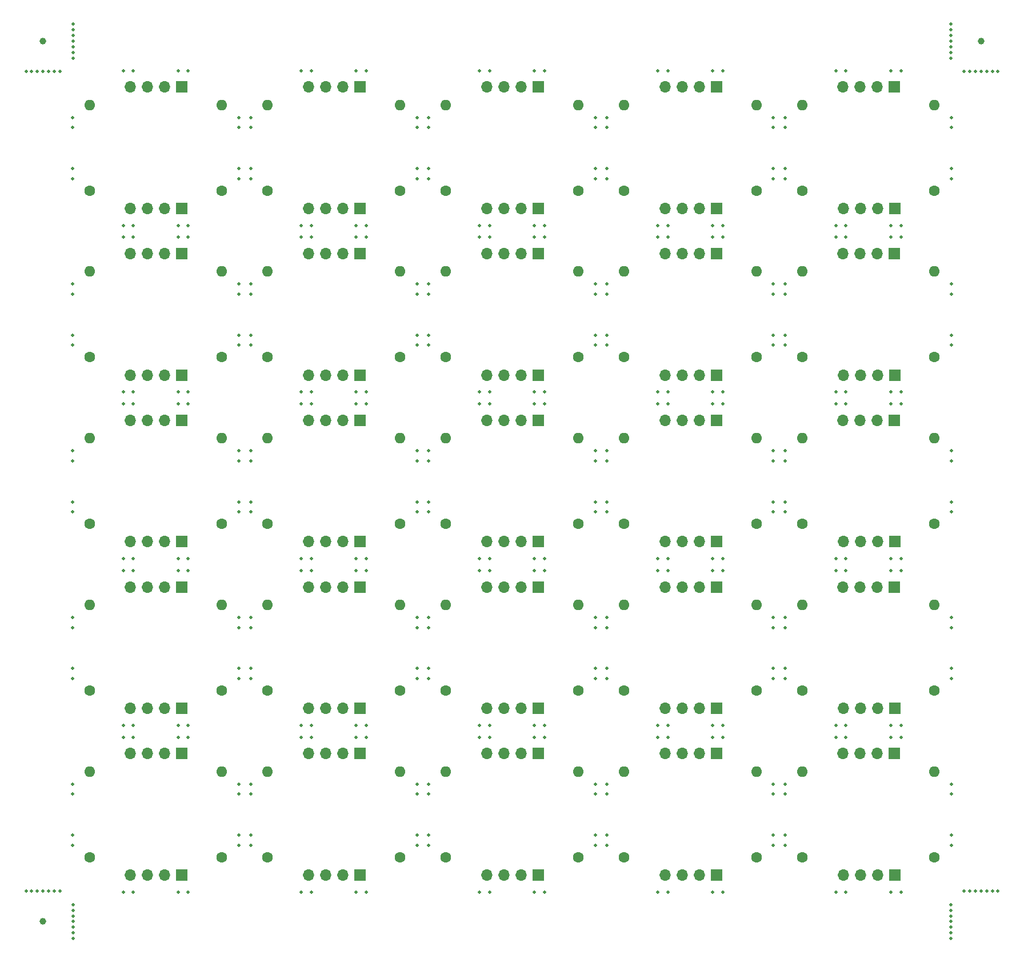
<source format=gbr>
%TF.GenerationSoftware,KiCad,Pcbnew,7.0.7-7.0.7~ubuntu20.04.1*%
%TF.CreationDate,2023-08-14T16:59:11-04:00*%
%TF.ProjectId,bno085-debug-board-panel,626e6f30-3835-42d6-9465-6275672d626f,rev?*%
%TF.SameCoordinates,Original*%
%TF.FileFunction,Soldermask,Bot*%
%TF.FilePolarity,Negative*%
%FSLAX46Y46*%
G04 Gerber Fmt 4.6, Leading zero omitted, Abs format (unit mm)*
G04 Created by KiCad (PCBNEW 7.0.7-7.0.7~ubuntu20.04.1) date 2023-08-14 16:59:11*
%MOMM*%
%LPD*%
G01*
G04 APERTURE LIST*
%ADD10C,0.500000*%
%ADD11R,1.700000X1.700000*%
%ADD12O,1.700000X1.700000*%
%ADD13C,1.600000*%
%ADD14O,1.600000X1.600000*%
%ADD15C,1.000000*%
G04 APERTURE END LIST*
D10*
%TO.C,REF\u002A\u002A*%
X84325000Y-121683333D03*
%TD*%
%TO.C,REF\u002A\u002A*%
X24016666Y-31575000D03*
%TD*%
D11*
%TO.C,J1*%
X49480000Y-9300000D03*
D12*
X46940000Y-9300000D03*
X44400000Y-9300000D03*
X41860000Y-9300000D03*
%TD*%
D10*
%TO.C,REF\u002A\u002A*%
X86075000Y-47583333D03*
%TD*%
D11*
%TO.C,J1*%
X128680000Y-108100000D03*
D12*
X126140000Y-108100000D03*
X123600000Y-108100000D03*
X121060000Y-108100000D03*
%TD*%
D10*
%TO.C,REF\u002A\u002A*%
X137125000Y-89416666D03*
%TD*%
%TO.C,REF\u002A\u002A*%
X128116666Y-80975000D03*
%TD*%
D13*
%TO.C,R2*%
X62200000Y-98750000D03*
D14*
X62200000Y-86050000D03*
%TD*%
D10*
%TO.C,REF\u002A\u002A*%
X75316666Y-6875000D03*
%TD*%
D11*
%TO.C,J2*%
X49500000Y-76700000D03*
D12*
X46960000Y-76700000D03*
X44420000Y-76700000D03*
X41880000Y-76700000D03*
%TD*%
D10*
%TO.C,REF\u002A\u002A*%
X67183333Y-80975000D03*
%TD*%
D13*
%TO.C,R2*%
X9400000Y-24650000D03*
D14*
X9400000Y-11950000D03*
%TD*%
D13*
%TO.C,R1*%
X55400000Y-49350000D03*
D14*
X55400000Y-36650000D03*
%TD*%
D10*
%TO.C,REF\u002A\u002A*%
X103216666Y-31575000D03*
%TD*%
%TO.C,REF\u002A\u002A*%
X76816666Y-79225000D03*
%TD*%
%TO.C,REF\u002A\u002A*%
X128116666Y-31575000D03*
%TD*%
%TO.C,REF\u002A\u002A*%
X143166666Y-128500000D03*
%TD*%
%TO.C,REF\u002A\u002A*%
X6875000Y-121683333D03*
%TD*%
%TO.C,REF\u002A\u002A*%
X31525000Y-120183333D03*
%TD*%
D13*
%TO.C,R2*%
X9400000Y-74050000D03*
D14*
X9400000Y-61350000D03*
%TD*%
D10*
%TO.C,REF\u002A\u002A*%
X59675000Y-13816667D03*
%TD*%
%TO.C,REF\u002A\u002A*%
X33275000Y-114116666D03*
%TD*%
%TO.C,REF\u002A\u002A*%
X110725000Y-87916666D03*
%TD*%
%TO.C,REF\u002A\u002A*%
X59675000Y-112616666D03*
%TD*%
%TO.C,REF\u002A\u002A*%
X112475000Y-15316667D03*
%TD*%
%TO.C,REF\u002A\u002A*%
X86075000Y-112616666D03*
%TD*%
%TO.C,REF\u002A\u002A*%
X6875000Y-40016666D03*
%TD*%
%TO.C,REF\u002A\u002A*%
X86075000Y-46083333D03*
%TD*%
D13*
%TO.C,R1*%
X108200000Y-74050000D03*
D14*
X108200000Y-61350000D03*
%TD*%
D10*
%TO.C,REF\u002A\u002A*%
X57925000Y-22883333D03*
%TD*%
%TO.C,REF\u002A\u002A*%
X86075000Y-89416666D03*
%TD*%
%TO.C,REF\u002A\u002A*%
X33275000Y-95483333D03*
%TD*%
%TO.C,REF\u002A\u002A*%
X141500000Y-128500000D03*
%TD*%
%TO.C,REF\u002A\u002A*%
X67183333Y-54525000D03*
%TD*%
%TO.C,REF\u002A\u002A*%
X112475000Y-114116666D03*
%TD*%
%TO.C,REF\u002A\u002A*%
X68683333Y-31575000D03*
%TD*%
%TO.C,REF\u002A\u002A*%
X76816666Y-54525000D03*
%TD*%
%TO.C,REF\u002A\u002A*%
X101716666Y-31575000D03*
%TD*%
%TO.C,REF\u002A\u002A*%
X33275000Y-15316667D03*
%TD*%
%TO.C,REF\u002A\u002A*%
X59675000Y-121683333D03*
%TD*%
%TO.C,REF\u002A\u002A*%
X144000000Y-128500000D03*
%TD*%
%TO.C,REF\u002A\u002A*%
X40783333Y-31575000D03*
%TD*%
%TO.C,REF\u002A\u002A*%
X6875000Y-70783333D03*
%TD*%
%TO.C,REF\u002A\u002A*%
X128116666Y-105675000D03*
%TD*%
%TO.C,REF\u002A\u002A*%
X5000000Y-128500000D03*
%TD*%
%TO.C,REF\u002A\u002A*%
X3333334Y-7000000D03*
%TD*%
%TO.C,REF\u002A\u002A*%
X95083333Y-31575000D03*
%TD*%
%TO.C,REF\u002A\u002A*%
X68683333Y-80975000D03*
%TD*%
%TO.C,REF\u002A\u002A*%
X33275000Y-13816667D03*
%TD*%
%TO.C,REF\u002A\u002A*%
X121483333Y-103925000D03*
%TD*%
%TO.C,REF\u002A\u002A*%
X84325000Y-46083333D03*
%TD*%
%TO.C,REF\u002A\u002A*%
X31525000Y-15316667D03*
%TD*%
%TO.C,REF\u002A\u002A*%
X95083333Y-128625000D03*
%TD*%
D11*
%TO.C,J1*%
X128680000Y-58700000D03*
D12*
X126140000Y-58700000D03*
X123600000Y-58700000D03*
X121060000Y-58700000D03*
%TD*%
D10*
%TO.C,REF\u002A\u002A*%
X75316666Y-54525000D03*
%TD*%
%TO.C,REF\u002A\u002A*%
X48916666Y-80975000D03*
%TD*%
%TO.C,REF\u002A\u002A*%
X137000000Y-133000000D03*
%TD*%
%TO.C,REF\u002A\u002A*%
X14383334Y-54525000D03*
%TD*%
%TO.C,REF\u002A\u002A*%
X103216666Y-105675000D03*
%TD*%
%TO.C,REF\u002A\u002A*%
X833334Y-128500000D03*
%TD*%
%TO.C,REF\u002A\u002A*%
X42283333Y-29825000D03*
%TD*%
%TO.C,REF\u002A\u002A*%
X68683333Y-6875000D03*
%TD*%
%TO.C,REF\u002A\u002A*%
X101716666Y-80975000D03*
%TD*%
D13*
%TO.C,R2*%
X62200000Y-123450000D03*
D14*
X62200000Y-110750000D03*
%TD*%
D10*
%TO.C,REF\u002A\u002A*%
X137125000Y-96983333D03*
%TD*%
%TO.C,REF\u002A\u002A*%
X75316666Y-105675000D03*
%TD*%
%TO.C,REF\u002A\u002A*%
X59675000Y-89416666D03*
%TD*%
%TO.C,REF\u002A\u002A*%
X93583333Y-128625000D03*
%TD*%
%TO.C,REF\u002A\u002A*%
X48916666Y-128625000D03*
%TD*%
%TO.C,REF\u002A\u002A*%
X110725000Y-96983333D03*
%TD*%
%TO.C,REF\u002A\u002A*%
X33275000Y-72283333D03*
%TD*%
%TO.C,REF\u002A\u002A*%
X33275000Y-96983333D03*
%TD*%
D11*
%TO.C,J1*%
X75880000Y-83400000D03*
D12*
X73340000Y-83400000D03*
X70800000Y-83400000D03*
X68260000Y-83400000D03*
%TD*%
D10*
%TO.C,REF\u002A\u002A*%
X24016666Y-80975000D03*
%TD*%
%TO.C,REF\u002A\u002A*%
X129616666Y-29825000D03*
%TD*%
D11*
%TO.C,J2*%
X23100000Y-27300000D03*
D12*
X20560000Y-27300000D03*
X18020000Y-27300000D03*
X15480000Y-27300000D03*
%TD*%
D13*
%TO.C,R2*%
X62200000Y-74050000D03*
D14*
X62200000Y-61350000D03*
%TD*%
D10*
%TO.C,REF\u002A\u002A*%
X128116666Y-128625000D03*
%TD*%
D11*
%TO.C,J1*%
X23080000Y-34000000D03*
D12*
X20540000Y-34000000D03*
X18000000Y-34000000D03*
X15460000Y-34000000D03*
%TD*%
D10*
%TO.C,REF\u002A\u002A*%
X139833333Y-7000000D03*
%TD*%
%TO.C,REF\u002A\u002A*%
X7000000Y-833334D03*
%TD*%
%TO.C,REF\u002A\u002A*%
X68683333Y-29825000D03*
%TD*%
%TO.C,REF\u002A\u002A*%
X42283333Y-128625000D03*
%TD*%
D13*
%TO.C,R1*%
X81800000Y-74050000D03*
D14*
X81800000Y-61350000D03*
%TD*%
D10*
%TO.C,REF\u002A\u002A*%
X75316666Y-128625000D03*
%TD*%
%TO.C,REF\u002A\u002A*%
X137125000Y-40016666D03*
%TD*%
%TO.C,REF\u002A\u002A*%
X15883334Y-6875000D03*
%TD*%
%TO.C,REF\u002A\u002A*%
X14383334Y-56275000D03*
%TD*%
%TO.C,REF\u002A\u002A*%
X121483333Y-128625000D03*
%TD*%
%TO.C,REF\u002A\u002A*%
X86075000Y-21383333D03*
%TD*%
D13*
%TO.C,R1*%
X55400000Y-74050000D03*
D14*
X55400000Y-61350000D03*
%TD*%
D10*
%TO.C,REF\u002A\u002A*%
X121483333Y-54525000D03*
%TD*%
%TO.C,REF\u002A\u002A*%
X50416666Y-31575000D03*
%TD*%
%TO.C,REF\u002A\u002A*%
X137125000Y-46083333D03*
%TD*%
%TO.C,REF\u002A\u002A*%
X95083333Y-6875000D03*
%TD*%
%TO.C,REF\u002A\u002A*%
X67183333Y-29825000D03*
%TD*%
%TO.C,REF\u002A\u002A*%
X57925000Y-46083333D03*
%TD*%
D11*
%TO.C,J1*%
X102280000Y-83400000D03*
D12*
X99740000Y-83400000D03*
X97200000Y-83400000D03*
X94660000Y-83400000D03*
%TD*%
D10*
%TO.C,REF\u002A\u002A*%
X50416666Y-128625000D03*
%TD*%
D13*
%TO.C,R2*%
X88600000Y-24650000D03*
D14*
X88600000Y-11950000D03*
%TD*%
D10*
%TO.C,REF\u002A\u002A*%
X84325000Y-15316667D03*
%TD*%
%TO.C,REF\u002A\u002A*%
X137125000Y-22883333D03*
%TD*%
%TO.C,REF\u002A\u002A*%
X40783333Y-103925000D03*
%TD*%
%TO.C,REF\u002A\u002A*%
X137000000Y-1666667D03*
%TD*%
D11*
%TO.C,J2*%
X75900000Y-76700000D03*
D12*
X73360000Y-76700000D03*
X70820000Y-76700000D03*
X68280000Y-76700000D03*
%TD*%
D10*
%TO.C,REF\u002A\u002A*%
X84325000Y-38516666D03*
%TD*%
%TO.C,REF\u002A\u002A*%
X129616666Y-56275000D03*
%TD*%
%TO.C,REF\u002A\u002A*%
X42283333Y-103925000D03*
%TD*%
%TO.C,REF\u002A\u002A*%
X95083333Y-54525000D03*
%TD*%
%TO.C,REF\u002A\u002A*%
X6875000Y-63216666D03*
%TD*%
%TO.C,REF\u002A\u002A*%
X6875000Y-112616666D03*
%TD*%
%TO.C,REF\u002A\u002A*%
X7000000Y-134666666D03*
%TD*%
%TO.C,REF\u002A\u002A*%
X57925000Y-64716666D03*
%TD*%
D13*
%TO.C,R2*%
X115000000Y-74050000D03*
D14*
X115000000Y-61350000D03*
%TD*%
D10*
%TO.C,REF\u002A\u002A*%
X110725000Y-64716666D03*
%TD*%
%TO.C,REF\u002A\u002A*%
X103216666Y-80975000D03*
%TD*%
%TO.C,REF\u002A\u002A*%
X84325000Y-47583333D03*
%TD*%
D11*
%TO.C,J2*%
X102300000Y-101400000D03*
D12*
X99760000Y-101400000D03*
X97220000Y-101400000D03*
X94680000Y-101400000D03*
%TD*%
D10*
%TO.C,REF\u002A\u002A*%
X112475000Y-38516666D03*
%TD*%
%TO.C,REF\u002A\u002A*%
X75316666Y-31575000D03*
%TD*%
%TO.C,REF\u002A\u002A*%
X40783333Y-6875000D03*
%TD*%
D13*
%TO.C,R2*%
X115000000Y-49350000D03*
D14*
X115000000Y-36650000D03*
%TD*%
D10*
%TO.C,REF\u002A\u002A*%
X2500000Y-128500000D03*
%TD*%
%TO.C,REF\u002A\u002A*%
X137125000Y-87916666D03*
%TD*%
%TO.C,REF\u002A\u002A*%
X14383334Y-103925000D03*
%TD*%
%TO.C,REF\u002A\u002A*%
X128116666Y-29825000D03*
%TD*%
%TO.C,REF\u002A\u002A*%
X93583333Y-31575000D03*
%TD*%
D11*
%TO.C,J2*%
X75900000Y-52000000D03*
D12*
X73360000Y-52000000D03*
X70820000Y-52000000D03*
X68280000Y-52000000D03*
%TD*%
D10*
%TO.C,REF\u002A\u002A*%
X137125000Y-121683333D03*
%TD*%
%TO.C,REF\u002A\u002A*%
X6875000Y-38516666D03*
%TD*%
%TO.C,REF\u002A\u002A*%
X40783333Y-29825000D03*
%TD*%
D11*
%TO.C,J1*%
X49480000Y-108100000D03*
D12*
X46940000Y-108100000D03*
X44400000Y-108100000D03*
X41860000Y-108100000D03*
%TD*%
D10*
%TO.C,REF\u002A\u002A*%
X6875000Y-64716666D03*
%TD*%
%TO.C,REF\u002A\u002A*%
X57925000Y-95483333D03*
%TD*%
D11*
%TO.C,J2*%
X102300000Y-27300000D03*
D12*
X99760000Y-27300000D03*
X97220000Y-27300000D03*
X94680000Y-27300000D03*
%TD*%
D10*
%TO.C,REF\u002A\u002A*%
X59675000Y-96983333D03*
%TD*%
%TO.C,REF\u002A\u002A*%
X33275000Y-112616666D03*
%TD*%
%TO.C,REF\u002A\u002A*%
X141500000Y-7000000D03*
%TD*%
%TO.C,REF\u002A\u002A*%
X101716666Y-6875000D03*
%TD*%
%TO.C,REF\u002A\u002A*%
X33275000Y-46083333D03*
%TD*%
%TO.C,REF\u002A\u002A*%
X137000000Y-131333333D03*
%TD*%
D13*
%TO.C,R1*%
X81800000Y-123450000D03*
D14*
X81800000Y-110750000D03*
%TD*%
D10*
%TO.C,REF\u002A\u002A*%
X121483333Y-105675000D03*
%TD*%
%TO.C,REF\u002A\u002A*%
X112475000Y-64716666D03*
%TD*%
%TO.C,REF\u002A\u002A*%
X15883334Y-105675000D03*
%TD*%
D11*
%TO.C,J2*%
X128700000Y-101400000D03*
D12*
X126160000Y-101400000D03*
X123620000Y-101400000D03*
X121080000Y-101400000D03*
%TD*%
D10*
%TO.C,REF\u002A\u002A*%
X95083333Y-56275000D03*
%TD*%
%TO.C,REF\u002A\u002A*%
X129616666Y-103925000D03*
%TD*%
%TO.C,REF\u002A\u002A*%
X76816666Y-103925000D03*
%TD*%
%TO.C,REF\u002A\u002A*%
X7000000Y-3333334D03*
%TD*%
%TO.C,REF\u002A\u002A*%
X119983333Y-103925000D03*
%TD*%
%TO.C,REF\u002A\u002A*%
X24016666Y-6875000D03*
%TD*%
%TO.C,REF\u002A\u002A*%
X84325000Y-22883333D03*
%TD*%
D13*
%TO.C,R2*%
X88600000Y-123450000D03*
D14*
X88600000Y-110750000D03*
%TD*%
D10*
%TO.C,REF\u002A\u002A*%
X31525000Y-121683333D03*
%TD*%
%TO.C,REF\u002A\u002A*%
X112475000Y-96983333D03*
%TD*%
%TO.C,REF\u002A\u002A*%
X137000000Y-2500000D03*
%TD*%
%TO.C,REF\u002A\u002A*%
X143166666Y-7000000D03*
%TD*%
%TO.C,REF\u002A\u002A*%
X84325000Y-70783333D03*
%TD*%
%TO.C,REF\u002A\u002A*%
X33275000Y-87916666D03*
%TD*%
%TO.C,REF\u002A\u002A*%
X57925000Y-38516666D03*
%TD*%
D11*
%TO.C,J2*%
X49500000Y-101400000D03*
D12*
X46960000Y-101400000D03*
X44420000Y-101400000D03*
X41880000Y-101400000D03*
%TD*%
D10*
%TO.C,REF\u002A\u002A*%
X14383334Y-105675000D03*
%TD*%
D11*
%TO.C,J2*%
X75900000Y-126100000D03*
D12*
X73360000Y-126100000D03*
X70820000Y-126100000D03*
X68280000Y-126100000D03*
%TD*%
D10*
%TO.C,REF\u002A\u002A*%
X42283333Y-79225000D03*
%TD*%
%TO.C,REF\u002A\u002A*%
X14383334Y-31575000D03*
%TD*%
%TO.C,REF\u002A\u002A*%
X67183333Y-128625000D03*
%TD*%
%TO.C,REF\u002A\u002A*%
X76816666Y-6875000D03*
%TD*%
%TO.C,REF\u002A\u002A*%
X129616666Y-105675000D03*
%TD*%
%TO.C,REF\u002A\u002A*%
X84325000Y-120183333D03*
%TD*%
%TO.C,REF\u002A\u002A*%
X33275000Y-63216666D03*
%TD*%
%TO.C,REF\u002A\u002A*%
X57925000Y-120183333D03*
%TD*%
%TO.C,REF\u002A\u002A*%
X101716666Y-54525000D03*
%TD*%
%TO.C,REF\u002A\u002A*%
X6875000Y-95483333D03*
%TD*%
%TO.C,REF\u002A\u002A*%
X129616666Y-6875000D03*
%TD*%
%TO.C,REF\u002A\u002A*%
X4166667Y-128500000D03*
%TD*%
%TO.C,REF\u002A\u002A*%
X22516666Y-29825000D03*
%TD*%
%TO.C,REF\u002A\u002A*%
X6875000Y-89416666D03*
%TD*%
%TO.C,REF\u002A\u002A*%
X101716666Y-103925000D03*
%TD*%
%TO.C,REF\u002A\u002A*%
X101716666Y-105675000D03*
%TD*%
%TO.C,REF\u002A\u002A*%
X42283333Y-6875000D03*
%TD*%
%TO.C,REF\u002A\u002A*%
X7000000Y-133000000D03*
%TD*%
%TO.C,REF\u002A\u002A*%
X119983333Y-6875000D03*
%TD*%
%TO.C,REF\u002A\u002A*%
X50416666Y-79225000D03*
%TD*%
D13*
%TO.C,R2*%
X9400000Y-123450000D03*
D14*
X9400000Y-110750000D03*
%TD*%
D10*
%TO.C,REF\u002A\u002A*%
X57925000Y-112616666D03*
%TD*%
%TO.C,REF\u002A\u002A*%
X84325000Y-96983333D03*
%TD*%
%TO.C,REF\u002A\u002A*%
X68683333Y-105675000D03*
%TD*%
%TO.C,REF\u002A\u002A*%
X93583333Y-105675000D03*
%TD*%
%TO.C,REF\u002A\u002A*%
X50416666Y-56275000D03*
%TD*%
%TO.C,REF\u002A\u002A*%
X112475000Y-22883333D03*
%TD*%
%TO.C,REF\u002A\u002A*%
X67183333Y-56275000D03*
%TD*%
D13*
%TO.C,R1*%
X81800000Y-49350000D03*
D14*
X81800000Y-36650000D03*
%TD*%
D10*
%TO.C,REF\u002A\u002A*%
X101716666Y-128625000D03*
%TD*%
%TO.C,REF\u002A\u002A*%
X112475000Y-47583333D03*
%TD*%
%TO.C,REF\u002A\u002A*%
X50416666Y-105675000D03*
%TD*%
%TO.C,REF\u002A\u002A*%
X22516666Y-54525000D03*
%TD*%
%TO.C,REF\u002A\u002A*%
X833334Y-7000000D03*
%TD*%
%TO.C,REF\u002A\u002A*%
X31525000Y-95483333D03*
%TD*%
D11*
%TO.C,J1*%
X23080000Y-108100000D03*
D12*
X20540000Y-108100000D03*
X18000000Y-108100000D03*
X15460000Y-108100000D03*
%TD*%
D13*
%TO.C,R2*%
X9400000Y-98750000D03*
D14*
X9400000Y-86050000D03*
%TD*%
D10*
%TO.C,REF\u002A\u002A*%
X59675000Y-47583333D03*
%TD*%
%TO.C,REF\u002A\u002A*%
X48916666Y-103925000D03*
%TD*%
%TO.C,REF\u002A\u002A*%
X128116666Y-6875000D03*
%TD*%
D11*
%TO.C,J1*%
X128680000Y-34000000D03*
D12*
X126140000Y-34000000D03*
X123600000Y-34000000D03*
X121060000Y-34000000D03*
%TD*%
D13*
%TO.C,R2*%
X88600000Y-49350000D03*
D14*
X88600000Y-36650000D03*
%TD*%
D10*
%TO.C,REF\u002A\u002A*%
X22516666Y-103925000D03*
%TD*%
D11*
%TO.C,J1*%
X23080000Y-83400000D03*
D12*
X20540000Y-83400000D03*
X18000000Y-83400000D03*
X15460000Y-83400000D03*
%TD*%
D13*
%TO.C,R1*%
X108200000Y-98750000D03*
D14*
X108200000Y-86050000D03*
%TD*%
D10*
%TO.C,REF\u002A\u002A*%
X57925000Y-13816667D03*
%TD*%
D13*
%TO.C,R1*%
X29000000Y-123450000D03*
D14*
X29000000Y-110750000D03*
%TD*%
D10*
%TO.C,REF\u002A\u002A*%
X137125000Y-38516666D03*
%TD*%
D13*
%TO.C,R1*%
X81800000Y-24650000D03*
D14*
X81800000Y-11950000D03*
%TD*%
D10*
%TO.C,REF\u002A\u002A*%
X67183333Y-103925000D03*
%TD*%
D11*
%TO.C,J2*%
X128700000Y-52000000D03*
D12*
X126160000Y-52000000D03*
X123620000Y-52000000D03*
X121080000Y-52000000D03*
%TD*%
D10*
%TO.C,REF\u002A\u002A*%
X59675000Y-120183333D03*
%TD*%
%TO.C,REF\u002A\u002A*%
X112475000Y-112616666D03*
%TD*%
D11*
%TO.C,J1*%
X49480000Y-34000000D03*
D12*
X46940000Y-34000000D03*
X44400000Y-34000000D03*
X41860000Y-34000000D03*
%TD*%
D10*
%TO.C,REF\u002A\u002A*%
X22516666Y-128625000D03*
%TD*%
D13*
%TO.C,R2*%
X35800000Y-98750000D03*
D14*
X35800000Y-86050000D03*
%TD*%
D10*
%TO.C,REF\u002A\u002A*%
X48916666Y-105675000D03*
%TD*%
D13*
%TO.C,R1*%
X29000000Y-24650000D03*
D14*
X29000000Y-11950000D03*
%TD*%
D10*
%TO.C,REF\u002A\u002A*%
X33275000Y-38516666D03*
%TD*%
%TO.C,REF\u002A\u002A*%
X50416666Y-29825000D03*
%TD*%
%TO.C,REF\u002A\u002A*%
X6875000Y-47583333D03*
%TD*%
%TO.C,REF\u002A\u002A*%
X137125000Y-70783333D03*
%TD*%
%TO.C,REF\u002A\u002A*%
X48916666Y-31575000D03*
%TD*%
%TO.C,REF\u002A\u002A*%
X15883334Y-56275000D03*
%TD*%
%TO.C,REF\u002A\u002A*%
X40783333Y-79225000D03*
%TD*%
%TO.C,REF\u002A\u002A*%
X95083333Y-29825000D03*
%TD*%
D13*
%TO.C,R1*%
X29000000Y-49350000D03*
D14*
X29000000Y-36650000D03*
%TD*%
D10*
%TO.C,REF\u002A\u002A*%
X140666666Y-7000000D03*
%TD*%
%TO.C,REF\u002A\u002A*%
X86075000Y-114116666D03*
%TD*%
%TO.C,REF\u002A\u002A*%
X86075000Y-120183333D03*
%TD*%
%TO.C,REF\u002A\u002A*%
X121483333Y-29825000D03*
%TD*%
%TO.C,REF\u002A\u002A*%
X75316666Y-29825000D03*
%TD*%
%TO.C,REF\u002A\u002A*%
X6875000Y-72283333D03*
%TD*%
%TO.C,REF\u002A\u002A*%
X42283333Y-80975000D03*
%TD*%
%TO.C,REF\u002A\u002A*%
X110725000Y-22883333D03*
%TD*%
%TO.C,REF\u002A\u002A*%
X112475000Y-63216666D03*
%TD*%
%TO.C,REF\u002A\u002A*%
X110725000Y-40016666D03*
%TD*%
%TO.C,REF\u002A\u002A*%
X59675000Y-22883333D03*
%TD*%
%TO.C,REF\u002A\u002A*%
X112475000Y-72283333D03*
%TD*%
%TO.C,REF\u002A\u002A*%
X42283333Y-54525000D03*
%TD*%
D13*
%TO.C,R1*%
X108200000Y-123450000D03*
D14*
X108200000Y-110750000D03*
%TD*%
D10*
%TO.C,REF\u002A\u002A*%
X110725000Y-38516666D03*
%TD*%
%TO.C,REF\u002A\u002A*%
X84325000Y-114116666D03*
%TD*%
%TO.C,REF\u002A\u002A*%
X31525000Y-47583333D03*
%TD*%
D11*
%TO.C,J1*%
X102280000Y-108100000D03*
D12*
X99740000Y-108100000D03*
X97200000Y-108100000D03*
X94660000Y-108100000D03*
%TD*%
D10*
%TO.C,REF\u002A\u002A*%
X112475000Y-46083333D03*
%TD*%
%TO.C,REF\u002A\u002A*%
X59675000Y-72283333D03*
%TD*%
%TO.C,REF\u002A\u002A*%
X142333333Y-128500000D03*
%TD*%
%TO.C,REF\u002A\u002A*%
X15883334Y-80975000D03*
%TD*%
%TO.C,REF\u002A\u002A*%
X7000000Y-1666667D03*
%TD*%
%TO.C,REF\u002A\u002A*%
X86075000Y-40016666D03*
%TD*%
D13*
%TO.C,R1*%
X134600000Y-49350000D03*
D14*
X134600000Y-36650000D03*
%TD*%
D10*
%TO.C,REF\u002A\u002A*%
X42283333Y-105675000D03*
%TD*%
%TO.C,REF\u002A\u002A*%
X3333334Y-128500000D03*
%TD*%
%TO.C,REF\u002A\u002A*%
X129616666Y-31575000D03*
%TD*%
%TO.C,REF\u002A\u002A*%
X7000000Y-131333333D03*
%TD*%
%TO.C,REF\u002A\u002A*%
X14383334Y-128625000D03*
%TD*%
%TO.C,REF\u002A\u002A*%
X31525000Y-112616666D03*
%TD*%
%TO.C,REF\u002A\u002A*%
X59675000Y-95483333D03*
%TD*%
D13*
%TO.C,R1*%
X108200000Y-49350000D03*
D14*
X108200000Y-36650000D03*
%TD*%
D10*
%TO.C,REF\u002A\u002A*%
X86075000Y-121683333D03*
%TD*%
%TO.C,REF\u002A\u002A*%
X75316666Y-79225000D03*
%TD*%
D13*
%TO.C,R2*%
X9400000Y-49350000D03*
D14*
X9400000Y-36650000D03*
%TD*%
D10*
%TO.C,REF\u002A\u002A*%
X121483333Y-31575000D03*
%TD*%
D13*
%TO.C,R1*%
X134600000Y-24650000D03*
D14*
X134600000Y-11950000D03*
%TD*%
D10*
%TO.C,REF\u002A\u002A*%
X6875000Y-120183333D03*
%TD*%
%TO.C,REF\u002A\u002A*%
X6875000Y-46083333D03*
%TD*%
D13*
%TO.C,R2*%
X62200000Y-24650000D03*
D14*
X62200000Y-11950000D03*
%TD*%
D10*
%TO.C,REF\u002A\u002A*%
X24016666Y-103925000D03*
%TD*%
%TO.C,REF\u002A\u002A*%
X75316666Y-80975000D03*
%TD*%
%TO.C,REF\u002A\u002A*%
X48916666Y-29825000D03*
%TD*%
%TO.C,REF\u002A\u002A*%
X76816666Y-29825000D03*
%TD*%
%TO.C,REF\u002A\u002A*%
X84325000Y-72283333D03*
%TD*%
D11*
%TO.C,J1*%
X102280000Y-58700000D03*
D12*
X99740000Y-58700000D03*
X97200000Y-58700000D03*
X94660000Y-58700000D03*
%TD*%
D10*
%TO.C,REF\u002A\u002A*%
X42283333Y-56275000D03*
%TD*%
%TO.C,REF\u002A\u002A*%
X84325000Y-40016666D03*
%TD*%
D11*
%TO.C,J2*%
X49500000Y-52000000D03*
D12*
X46960000Y-52000000D03*
X44420000Y-52000000D03*
X41880000Y-52000000D03*
%TD*%
D10*
%TO.C,REF\u002A\u002A*%
X48916666Y-56275000D03*
%TD*%
%TO.C,REF\u002A\u002A*%
X101716666Y-56275000D03*
%TD*%
%TO.C,REF\u002A\u002A*%
X14383334Y-6875000D03*
%TD*%
%TO.C,REF\u002A\u002A*%
X103216666Y-54525000D03*
%TD*%
%TO.C,REF\u002A\u002A*%
X15883334Y-31575000D03*
%TD*%
%TO.C,REF\u002A\u002A*%
X33275000Y-40016666D03*
%TD*%
D11*
%TO.C,J2*%
X23100000Y-76700000D03*
D12*
X20560000Y-76700000D03*
X18020000Y-76700000D03*
X15480000Y-76700000D03*
%TD*%
D10*
%TO.C,REF\u002A\u002A*%
X59675000Y-64716666D03*
%TD*%
%TO.C,REF\u002A\u002A*%
X137000000Y-134666666D03*
%TD*%
%TO.C,REF\u002A\u002A*%
X110725000Y-63216666D03*
%TD*%
%TO.C,REF\u002A\u002A*%
X67183333Y-105675000D03*
%TD*%
%TO.C,REF\u002A\u002A*%
X59675000Y-63216666D03*
%TD*%
%TO.C,REF\u002A\u002A*%
X93583333Y-54525000D03*
%TD*%
%TO.C,REF\u002A\u002A*%
X137125000Y-47583333D03*
%TD*%
%TO.C,REF\u002A\u002A*%
X33275000Y-121683333D03*
%TD*%
%TO.C,REF\u002A\u002A*%
X76816666Y-80975000D03*
%TD*%
D13*
%TO.C,R2*%
X35800000Y-24650000D03*
D14*
X35800000Y-11950000D03*
%TD*%
D10*
%TO.C,REF\u002A\u002A*%
X137000000Y-3333334D03*
%TD*%
%TO.C,REF\u002A\u002A*%
X14383334Y-29825000D03*
%TD*%
%TO.C,REF\u002A\u002A*%
X103216666Y-56275000D03*
%TD*%
%TO.C,REF\u002A\u002A*%
X110725000Y-120183333D03*
%TD*%
%TO.C,REF\u002A\u002A*%
X22516666Y-80975000D03*
%TD*%
%TO.C,REF\u002A\u002A*%
X59675000Y-46083333D03*
%TD*%
%TO.C,REF\u002A\u002A*%
X137125000Y-95483333D03*
%TD*%
D13*
%TO.C,R2*%
X115000000Y-98750000D03*
D14*
X115000000Y-86050000D03*
%TD*%
D10*
%TO.C,REF\u002A\u002A*%
X24016666Y-54525000D03*
%TD*%
%TO.C,REF\u002A\u002A*%
X119983333Y-29825000D03*
%TD*%
%TO.C,REF\u002A\u002A*%
X86075000Y-22883333D03*
%TD*%
%TO.C,REF\u002A\u002A*%
X128116666Y-56275000D03*
%TD*%
D11*
%TO.C,J1*%
X75880000Y-34000000D03*
D12*
X73340000Y-34000000D03*
X70800000Y-34000000D03*
X68260000Y-34000000D03*
%TD*%
D10*
%TO.C,REF\u002A\u002A*%
X57925000Y-72283333D03*
%TD*%
D11*
%TO.C,J2*%
X128700000Y-27300000D03*
D12*
X126160000Y-27300000D03*
X123620000Y-27300000D03*
X121080000Y-27300000D03*
%TD*%
D10*
%TO.C,REF\u002A\u002A*%
X110725000Y-21383333D03*
%TD*%
%TO.C,REF\u002A\u002A*%
X129616666Y-80975000D03*
%TD*%
%TO.C,REF\u002A\u002A*%
X1666667Y-7000000D03*
%TD*%
%TO.C,REF\u002A\u002A*%
X31525000Y-22883333D03*
%TD*%
%TO.C,REF\u002A\u002A*%
X57925000Y-96983333D03*
%TD*%
%TO.C,REF\u002A\u002A*%
X110725000Y-95483333D03*
%TD*%
%TO.C,REF\u002A\u002A*%
X101716666Y-29825000D03*
%TD*%
%TO.C,REF\u002A\u002A*%
X137125000Y-114116666D03*
%TD*%
%TO.C,REF\u002A\u002A*%
X33275000Y-47583333D03*
%TD*%
%TO.C,REF\u002A\u002A*%
X129616666Y-54525000D03*
%TD*%
%TO.C,REF\u002A\u002A*%
X59675000Y-70783333D03*
%TD*%
%TO.C,REF\u002A\u002A*%
X57925000Y-114116666D03*
%TD*%
%TO.C,REF\u002A\u002A*%
X119983333Y-80975000D03*
%TD*%
%TO.C,REF\u002A\u002A*%
X33275000Y-64716666D03*
%TD*%
%TO.C,REF\u002A\u002A*%
X76816666Y-31575000D03*
%TD*%
%TO.C,REF\u002A\u002A*%
X57925000Y-47583333D03*
%TD*%
%TO.C,REF\u002A\u002A*%
X40783333Y-54525000D03*
%TD*%
%TO.C,REF\u002A\u002A*%
X68683333Y-103925000D03*
%TD*%
%TO.C,REF\u002A\u002A*%
X24016666Y-29825000D03*
%TD*%
%TO.C,REF\u002A\u002A*%
X76816666Y-105675000D03*
%TD*%
%TO.C,REF\u002A\u002A*%
X59675000Y-87916666D03*
%TD*%
%TO.C,REF\u002A\u002A*%
X50416666Y-54525000D03*
%TD*%
%TO.C,REF\u002A\u002A*%
X67183333Y-79225000D03*
%TD*%
D11*
%TO.C,J1*%
X75880000Y-108100000D03*
D12*
X73340000Y-108100000D03*
X70800000Y-108100000D03*
X68260000Y-108100000D03*
%TD*%
D10*
%TO.C,REF\u002A\u002A*%
X137125000Y-112616666D03*
%TD*%
%TO.C,REF\u002A\u002A*%
X119983333Y-105675000D03*
%TD*%
%TO.C,REF\u002A\u002A*%
X121483333Y-79225000D03*
%TD*%
%TO.C,REF\u002A\u002A*%
X112475000Y-13816667D03*
%TD*%
D13*
%TO.C,R1*%
X134600000Y-98750000D03*
D14*
X134600000Y-86050000D03*
%TD*%
D10*
%TO.C,REF\u002A\u002A*%
X15883334Y-29825000D03*
%TD*%
%TO.C,REF\u002A\u002A*%
X75316666Y-103925000D03*
%TD*%
%TO.C,REF\u002A\u002A*%
X110725000Y-47583333D03*
%TD*%
%TO.C,REF\u002A\u002A*%
X139833333Y-128500000D03*
%TD*%
%TO.C,REF\u002A\u002A*%
X7000000Y-135500000D03*
%TD*%
%TO.C,REF\u002A\u002A*%
X86075000Y-72283333D03*
%TD*%
%TO.C,REF\u002A\u002A*%
X50416666Y-6875000D03*
%TD*%
%TO.C,REF\u002A\u002A*%
X57925000Y-70783333D03*
%TD*%
%TO.C,REF\u002A\u002A*%
X31525000Y-63216666D03*
%TD*%
%TO.C,REF\u002A\u002A*%
X112475000Y-70783333D03*
%TD*%
%TO.C,REF\u002A\u002A*%
X59675000Y-15316667D03*
%TD*%
%TO.C,REF\u002A\u002A*%
X93583333Y-80975000D03*
%TD*%
%TO.C,REF\u002A\u002A*%
X14383334Y-80975000D03*
%TD*%
%TO.C,REF\u002A\u002A*%
X31525000Y-40016666D03*
%TD*%
%TO.C,REF\u002A\u002A*%
X95083333Y-79225000D03*
%TD*%
%TO.C,REF\u002A\u002A*%
X103216666Y-103925000D03*
%TD*%
%TO.C,REF\u002A\u002A*%
X22516666Y-79225000D03*
%TD*%
D13*
%TO.C,R2*%
X62200000Y-49350000D03*
D14*
X62200000Y-36650000D03*
%TD*%
D10*
%TO.C,REF\u002A\u002A*%
X128116666Y-79225000D03*
%TD*%
D11*
%TO.C,J2*%
X128700000Y-76700000D03*
D12*
X126160000Y-76700000D03*
X123620000Y-76700000D03*
X121080000Y-76700000D03*
%TD*%
D10*
%TO.C,REF\u002A\u002A*%
X31525000Y-21383333D03*
%TD*%
%TO.C,REF\u002A\u002A*%
X2500000Y-7000000D03*
%TD*%
%TO.C,REF\u002A\u002A*%
X48916666Y-54525000D03*
%TD*%
%TO.C,REF\u002A\u002A*%
X93583333Y-29825000D03*
%TD*%
%TO.C,REF\u002A\u002A*%
X86075000Y-38516666D03*
%TD*%
%TO.C,REF\u002A\u002A*%
X68683333Y-79225000D03*
%TD*%
%TO.C,REF\u002A\u002A*%
X95083333Y-103925000D03*
%TD*%
D11*
%TO.C,J1*%
X75880000Y-9300000D03*
D12*
X73340000Y-9300000D03*
X70800000Y-9300000D03*
X68260000Y-9300000D03*
%TD*%
D10*
%TO.C,REF\u002A\u002A*%
X103216666Y-29825000D03*
%TD*%
%TO.C,REF\u002A\u002A*%
X48916666Y-79225000D03*
%TD*%
%TO.C,REF\u002A\u002A*%
X57925000Y-15316667D03*
%TD*%
%TO.C,REF\u002A\u002A*%
X112475000Y-121683333D03*
%TD*%
%TO.C,REF\u002A\u002A*%
X137000000Y-4166667D03*
%TD*%
%TO.C,REF\u002A\u002A*%
X95083333Y-80975000D03*
%TD*%
%TO.C,REF\u002A\u002A*%
X24016666Y-128625000D03*
%TD*%
%TO.C,REF\u002A\u002A*%
X84325000Y-13816667D03*
%TD*%
D11*
%TO.C,J1*%
X128680000Y-9300000D03*
D12*
X126140000Y-9300000D03*
X123600000Y-9300000D03*
X121060000Y-9300000D03*
%TD*%
D10*
%TO.C,REF\u002A\u002A*%
X112475000Y-87916666D03*
%TD*%
%TO.C,REF\u002A\u002A*%
X67183333Y-6875000D03*
%TD*%
%TO.C,REF\u002A\u002A*%
X57925000Y-21383333D03*
%TD*%
%TO.C,REF\u002A\u002A*%
X40783333Y-105675000D03*
%TD*%
D11*
%TO.C,J1*%
X102280000Y-34000000D03*
D12*
X99740000Y-34000000D03*
X97200000Y-34000000D03*
X94660000Y-34000000D03*
%TD*%
D10*
%TO.C,REF\u002A\u002A*%
X121483333Y-80975000D03*
%TD*%
%TO.C,REF\u002A\u002A*%
X40783333Y-56275000D03*
%TD*%
%TO.C,REF\u002A\u002A*%
X137125000Y-72283333D03*
%TD*%
%TO.C,REF\u002A\u002A*%
X57925000Y-121683333D03*
%TD*%
%TO.C,REF\u002A\u002A*%
X93583333Y-6875000D03*
%TD*%
%TO.C,REF\u002A\u002A*%
X139000000Y-7000000D03*
%TD*%
%TO.C,REF\u002A\u002A*%
X6875000Y-114116666D03*
%TD*%
D13*
%TO.C,R2*%
X115000000Y-24650000D03*
D14*
X115000000Y-11950000D03*
%TD*%
D10*
%TO.C,REF\u002A\u002A*%
X84325000Y-64716666D03*
%TD*%
%TO.C,REF\u002A\u002A*%
X137000000Y-130500000D03*
%TD*%
%TO.C,REF\u002A\u002A*%
X31525000Y-64716666D03*
%TD*%
D11*
%TO.C,J1*%
X23080000Y-58700000D03*
D12*
X20540000Y-58700000D03*
X18000000Y-58700000D03*
X15460000Y-58700000D03*
%TD*%
D10*
%TO.C,REF\u002A\u002A*%
X7000000Y-132166666D03*
%TD*%
%TO.C,REF\u002A\u002A*%
X101716666Y-79225000D03*
%TD*%
%TO.C,REF\u002A\u002A*%
X119983333Y-56275000D03*
%TD*%
%TO.C,REF\u002A\u002A*%
X110725000Y-121683333D03*
%TD*%
%TO.C,REF\u002A\u002A*%
X112475000Y-120183333D03*
%TD*%
%TO.C,REF\u002A\u002A*%
X14383334Y-79225000D03*
%TD*%
%TO.C,REF\u002A\u002A*%
X119983333Y-79225000D03*
%TD*%
D11*
%TO.C,J2*%
X102300000Y-52000000D03*
D12*
X99760000Y-52000000D03*
X97220000Y-52000000D03*
X94680000Y-52000000D03*
%TD*%
D10*
%TO.C,REF\u002A\u002A*%
X110725000Y-13816667D03*
%TD*%
%TO.C,REF\u002A\u002A*%
X93583333Y-56275000D03*
%TD*%
%TO.C,REF\u002A\u002A*%
X86075000Y-87916666D03*
%TD*%
%TO.C,REF\u002A\u002A*%
X103216666Y-128625000D03*
%TD*%
%TO.C,REF\u002A\u002A*%
X137000000Y0D03*
%TD*%
%TO.C,REF\u002A\u002A*%
X76816666Y-128625000D03*
%TD*%
%TO.C,REF\u002A\u002A*%
X86075000Y-95483333D03*
%TD*%
%TO.C,REF\u002A\u002A*%
X137125000Y-120183333D03*
%TD*%
%TO.C,REF\u002A\u002A*%
X59675000Y-38516666D03*
%TD*%
%TO.C,REF\u002A\u002A*%
X110725000Y-112616666D03*
%TD*%
%TO.C,REF\u002A\u002A*%
X137125000Y-13816667D03*
%TD*%
%TO.C,REF\u002A\u002A*%
X6875000Y-21383333D03*
%TD*%
%TO.C,REF\u002A\u002A*%
X7000000Y-130500000D03*
%TD*%
%TO.C,REF\u002A\u002A*%
X76816666Y-56275000D03*
%TD*%
D13*
%TO.C,R2*%
X35800000Y-123450000D03*
D14*
X35800000Y-110750000D03*
%TD*%
D11*
%TO.C,J2*%
X128700000Y-126100000D03*
D12*
X126160000Y-126100000D03*
X123620000Y-126100000D03*
X121080000Y-126100000D03*
%TD*%
D10*
%TO.C,REF\u002A\u002A*%
X6875000Y-96983333D03*
%TD*%
%TO.C,REF\u002A\u002A*%
X31525000Y-13816667D03*
%TD*%
%TO.C,REF\u002A\u002A*%
X31525000Y-89416666D03*
%TD*%
%TO.C,REF\u002A\u002A*%
X144000000Y-7000000D03*
%TD*%
%TO.C,REF\u002A\u002A*%
X110725000Y-15316667D03*
%TD*%
%TO.C,REF\u002A\u002A*%
X110725000Y-89416666D03*
%TD*%
%TO.C,REF\u002A\u002A*%
X75316666Y-56275000D03*
%TD*%
%TO.C,REF\u002A\u002A*%
X112475000Y-21383333D03*
%TD*%
D13*
%TO.C,R1*%
X29000000Y-74050000D03*
D14*
X29000000Y-61350000D03*
%TD*%
D13*
%TO.C,R1*%
X134600000Y-123450000D03*
D14*
X134600000Y-110750000D03*
%TD*%
D10*
%TO.C,REF\u002A\u002A*%
X103216666Y-6875000D03*
%TD*%
%TO.C,REF\u002A\u002A*%
X50416666Y-103925000D03*
%TD*%
%TO.C,REF\u002A\u002A*%
X68683333Y-54525000D03*
%TD*%
%TO.C,REF\u002A\u002A*%
X4166667Y-7000000D03*
%TD*%
D11*
%TO.C,J1*%
X49480000Y-58700000D03*
D12*
X46940000Y-58700000D03*
X44400000Y-58700000D03*
X41860000Y-58700000D03*
%TD*%
D10*
%TO.C,REF\u002A\u002A*%
X50416666Y-80975000D03*
%TD*%
%TO.C,REF\u002A\u002A*%
X15883334Y-54525000D03*
%TD*%
%TO.C,REF\u002A\u002A*%
X33275000Y-89416666D03*
%TD*%
%TO.C,REF\u002A\u002A*%
X68683333Y-128625000D03*
%TD*%
%TO.C,REF\u002A\u002A*%
X57925000Y-63216666D03*
%TD*%
%TO.C,REF\u002A\u002A*%
X40783333Y-128625000D03*
%TD*%
D13*
%TO.C,R2*%
X35800000Y-49350000D03*
D14*
X35800000Y-36650000D03*
%TD*%
D10*
%TO.C,REF\u002A\u002A*%
X137125000Y-63216666D03*
%TD*%
%TO.C,REF\u002A\u002A*%
X84325000Y-112616666D03*
%TD*%
%TO.C,REF\u002A\u002A*%
X7000000Y-133833333D03*
%TD*%
%TO.C,REF\u002A\u002A*%
X84325000Y-63216666D03*
%TD*%
D11*
%TO.C,J2*%
X75900000Y-101400000D03*
D12*
X73360000Y-101400000D03*
X70820000Y-101400000D03*
X68280000Y-101400000D03*
%TD*%
D11*
%TO.C,J2*%
X23100000Y-101400000D03*
D12*
X20560000Y-101400000D03*
X18020000Y-101400000D03*
X15480000Y-101400000D03*
%TD*%
D10*
%TO.C,REF\u002A\u002A*%
X24016666Y-105675000D03*
%TD*%
%TO.C,REF\u002A\u002A*%
X129616666Y-128625000D03*
%TD*%
%TO.C,REF\u002A\u002A*%
X86075000Y-64716666D03*
%TD*%
%TO.C,REF\u002A\u002A*%
X31525000Y-114116666D03*
%TD*%
%TO.C,REF\u002A\u002A*%
X24016666Y-56275000D03*
%TD*%
%TO.C,REF\u002A\u002A*%
X7000000Y0D03*
%TD*%
%TO.C,REF\u002A\u002A*%
X140666666Y-128500000D03*
%TD*%
%TO.C,REF\u002A\u002A*%
X1666667Y-128500000D03*
%TD*%
%TO.C,REF\u002A\u002A*%
X137125000Y-21383333D03*
%TD*%
%TO.C,REF\u002A\u002A*%
X86075000Y-15316667D03*
%TD*%
D13*
%TO.C,R1*%
X108200000Y-24650000D03*
D14*
X108200000Y-11950000D03*
%TD*%
D10*
%TO.C,REF\u002A\u002A*%
X6875000Y-22883333D03*
%TD*%
%TO.C,REF\u002A\u002A*%
X7000000Y-5000000D03*
%TD*%
%TO.C,REF\u002A\u002A*%
X59675000Y-40016666D03*
%TD*%
%TO.C,REF\u002A\u002A*%
X110725000Y-70783333D03*
%TD*%
%TO.C,REF\u002A\u002A*%
X7000000Y-4166667D03*
%TD*%
%TO.C,REF\u002A\u002A*%
X22516666Y-105675000D03*
%TD*%
D13*
%TO.C,R1*%
X55400000Y-123450000D03*
D14*
X55400000Y-110750000D03*
%TD*%
D10*
%TO.C,REF\u002A\u002A*%
X128116666Y-54525000D03*
%TD*%
D11*
%TO.C,J2*%
X102300000Y-126100000D03*
D12*
X99760000Y-126100000D03*
X97220000Y-126100000D03*
X94680000Y-126100000D03*
%TD*%
D13*
%TO.C,R1*%
X134600000Y-74050000D03*
D14*
X134600000Y-61350000D03*
%TD*%
D10*
%TO.C,REF\u002A\u002A*%
X0Y-7000000D03*
%TD*%
%TO.C,REF\u002A\u002A*%
X86075000Y-96983333D03*
%TD*%
%TO.C,REF\u002A\u002A*%
X6875000Y-13816667D03*
%TD*%
%TO.C,REF\u002A\u002A*%
X0Y-128500000D03*
%TD*%
%TO.C,REF\u002A\u002A*%
X31525000Y-38516666D03*
%TD*%
%TO.C,REF\u002A\u002A*%
X142333333Y-7000000D03*
%TD*%
D11*
%TO.C,J2*%
X23100000Y-126100000D03*
D12*
X20560000Y-126100000D03*
X18020000Y-126100000D03*
X15480000Y-126100000D03*
%TD*%
D10*
%TO.C,REF\u002A\u002A*%
X137000000Y-133833333D03*
%TD*%
%TO.C,REF\u002A\u002A*%
X84325000Y-89416666D03*
%TD*%
%TO.C,REF\u002A\u002A*%
X31525000Y-87916666D03*
%TD*%
%TO.C,REF\u002A\u002A*%
X112475000Y-40016666D03*
%TD*%
%TO.C,REF\u002A\u002A*%
X86075000Y-70783333D03*
%TD*%
%TO.C,REF\u002A\u002A*%
X6875000Y-87916666D03*
%TD*%
%TO.C,REF\u002A\u002A*%
X33275000Y-70783333D03*
%TD*%
%TO.C,REF\u002A\u002A*%
X22516666Y-56275000D03*
%TD*%
%TO.C,REF\u002A\u002A*%
X59675000Y-21383333D03*
%TD*%
D11*
%TO.C,J1*%
X23080000Y-9300000D03*
D12*
X20540000Y-9300000D03*
X18000000Y-9300000D03*
X15460000Y-9300000D03*
%TD*%
D11*
%TO.C,J2*%
X23100000Y-52000000D03*
D12*
X20560000Y-52000000D03*
X18020000Y-52000000D03*
X15480000Y-52000000D03*
%TD*%
D10*
%TO.C,REF\u002A\u002A*%
X110725000Y-114116666D03*
%TD*%
D11*
%TO.C,J1*%
X102280000Y-9300000D03*
D12*
X99740000Y-9300000D03*
X97200000Y-9300000D03*
X94660000Y-9300000D03*
%TD*%
D10*
%TO.C,REF\u002A\u002A*%
X22516666Y-31575000D03*
%TD*%
%TO.C,REF\u002A\u002A*%
X119983333Y-128625000D03*
%TD*%
%TO.C,REF\u002A\u002A*%
X15883334Y-103925000D03*
%TD*%
%TO.C,REF\u002A\u002A*%
X137000000Y-833334D03*
%TD*%
%TO.C,REF\u002A\u002A*%
X128116666Y-103925000D03*
%TD*%
%TO.C,REF\u002A\u002A*%
X15883334Y-79225000D03*
%TD*%
%TO.C,REF\u002A\u002A*%
X31525000Y-96983333D03*
%TD*%
%TO.C,REF\u002A\u002A*%
X86075000Y-13816667D03*
%TD*%
%TO.C,REF\u002A\u002A*%
X137125000Y-64716666D03*
%TD*%
D11*
%TO.C,J2*%
X49500000Y-27300000D03*
D12*
X46960000Y-27300000D03*
X44420000Y-27300000D03*
X41880000Y-27300000D03*
%TD*%
D10*
%TO.C,REF\u002A\u002A*%
X137000000Y-135500000D03*
%TD*%
%TO.C,REF\u002A\u002A*%
X7000000Y-2500000D03*
%TD*%
%TO.C,REF\u002A\u002A*%
X59675000Y-114116666D03*
%TD*%
%TO.C,REF\u002A\u002A*%
X57925000Y-40016666D03*
%TD*%
%TO.C,REF\u002A\u002A*%
X68683333Y-56275000D03*
%TD*%
D13*
%TO.C,R1*%
X81800000Y-98750000D03*
D14*
X81800000Y-86050000D03*
%TD*%
D10*
%TO.C,REF\u002A\u002A*%
X15883334Y-128625000D03*
%TD*%
%TO.C,REF\u002A\u002A*%
X33275000Y-21383333D03*
%TD*%
%TO.C,REF\u002A\u002A*%
X121483333Y-56275000D03*
%TD*%
%TO.C,REF\u002A\u002A*%
X5000000Y-7000000D03*
%TD*%
%TO.C,REF\u002A\u002A*%
X95083333Y-105675000D03*
%TD*%
D11*
%TO.C,J1*%
X49480000Y-83400000D03*
D12*
X46940000Y-83400000D03*
X44400000Y-83400000D03*
X41860000Y-83400000D03*
%TD*%
D11*
%TO.C,J1*%
X75880000Y-58700000D03*
D12*
X73340000Y-58700000D03*
X70800000Y-58700000D03*
X68260000Y-58700000D03*
%TD*%
D10*
%TO.C,REF\u002A\u002A*%
X93583333Y-79225000D03*
%TD*%
%TO.C,REF\u002A\u002A*%
X137000000Y-5000000D03*
%TD*%
%TO.C,REF\u002A\u002A*%
X24016666Y-79225000D03*
%TD*%
%TO.C,REF\u002A\u002A*%
X22516666Y-6875000D03*
%TD*%
%TO.C,REF\u002A\u002A*%
X110725000Y-72283333D03*
%TD*%
%TO.C,REF\u002A\u002A*%
X93583333Y-103925000D03*
%TD*%
%TO.C,REF\u002A\u002A*%
X84325000Y-95483333D03*
%TD*%
%TO.C,REF\u002A\u002A*%
X48916666Y-6875000D03*
%TD*%
%TO.C,REF\u002A\u002A*%
X31525000Y-72283333D03*
%TD*%
%TO.C,REF\u002A\u002A*%
X139000000Y-128500000D03*
%TD*%
D11*
%TO.C,J2*%
X75900000Y-27300000D03*
D12*
X73360000Y-27300000D03*
X70820000Y-27300000D03*
X68280000Y-27300000D03*
%TD*%
D10*
%TO.C,REF\u002A\u002A*%
X110725000Y-46083333D03*
%TD*%
%TO.C,REF\u002A\u002A*%
X103216666Y-79225000D03*
%TD*%
%TO.C,REF\u002A\u002A*%
X112475000Y-89416666D03*
%TD*%
%TO.C,REF\u002A\u002A*%
X119983333Y-54525000D03*
%TD*%
%TO.C,REF\u002A\u002A*%
X42283333Y-31575000D03*
%TD*%
%TO.C,REF\u002A\u002A*%
X121483333Y-6875000D03*
%TD*%
%TO.C,REF\u002A\u002A*%
X86075000Y-63216666D03*
%TD*%
%TO.C,REF\u002A\u002A*%
X67183333Y-31575000D03*
%TD*%
D11*
%TO.C,J2*%
X102300000Y-76700000D03*
D12*
X99760000Y-76700000D03*
X97220000Y-76700000D03*
X94680000Y-76700000D03*
%TD*%
D10*
%TO.C,REF\u002A\u002A*%
X84325000Y-21383333D03*
%TD*%
D13*
%TO.C,R2*%
X88600000Y-98750000D03*
D14*
X88600000Y-86050000D03*
%TD*%
D10*
%TO.C,REF\u002A\u002A*%
X40783333Y-80975000D03*
%TD*%
D11*
%TO.C,J1*%
X128680000Y-83400000D03*
D12*
X126140000Y-83400000D03*
X123600000Y-83400000D03*
X121060000Y-83400000D03*
%TD*%
D10*
%TO.C,REF\u002A\u002A*%
X33275000Y-22883333D03*
%TD*%
%TO.C,REF\u002A\u002A*%
X137000000Y-132166666D03*
%TD*%
%TO.C,REF\u002A\u002A*%
X33275000Y-120183333D03*
%TD*%
D13*
%TO.C,R2*%
X35800000Y-74050000D03*
D14*
X35800000Y-61350000D03*
%TD*%
D10*
%TO.C,REF\u002A\u002A*%
X57925000Y-89416666D03*
%TD*%
D13*
%TO.C,R1*%
X29000000Y-98750000D03*
D14*
X29000000Y-86050000D03*
%TD*%
D13*
%TO.C,R1*%
X55400000Y-24650000D03*
D14*
X55400000Y-11950000D03*
%TD*%
D11*
%TO.C,J2*%
X49500000Y-126100000D03*
D12*
X46960000Y-126100000D03*
X44420000Y-126100000D03*
X41880000Y-126100000D03*
%TD*%
D10*
%TO.C,REF\u002A\u002A*%
X137125000Y-15316667D03*
%TD*%
%TO.C,REF\u002A\u002A*%
X6875000Y-15316667D03*
%TD*%
D13*
%TO.C,R2*%
X115000000Y-123450000D03*
D14*
X115000000Y-110750000D03*
%TD*%
D10*
%TO.C,REF\u002A\u002A*%
X57925000Y-87916666D03*
%TD*%
%TO.C,REF\u002A\u002A*%
X119983333Y-31575000D03*
%TD*%
D13*
%TO.C,R1*%
X55400000Y-98750000D03*
D14*
X55400000Y-86050000D03*
%TD*%
D10*
%TO.C,REF\u002A\u002A*%
X31525000Y-46083333D03*
%TD*%
%TO.C,REF\u002A\u002A*%
X31525000Y-70783333D03*
%TD*%
%TO.C,REF\u002A\u002A*%
X112475000Y-95483333D03*
%TD*%
D13*
%TO.C,R2*%
X88600000Y-74050000D03*
D14*
X88600000Y-61350000D03*
%TD*%
D10*
%TO.C,REF\u002A\u002A*%
X84325000Y-87916666D03*
%TD*%
%TO.C,REF\u002A\u002A*%
X129616666Y-79225000D03*
%TD*%
D15*
%TO.C,REF\u002A\u002A*%
X2500000Y-2500000D03*
%TD*%
%TO.C,REF\u002A\u002A*%
X2500000Y-133000000D03*
%TD*%
%TO.C,REF\u002A\u002A*%
X141500000Y-2500000D03*
%TD*%
M02*

</source>
